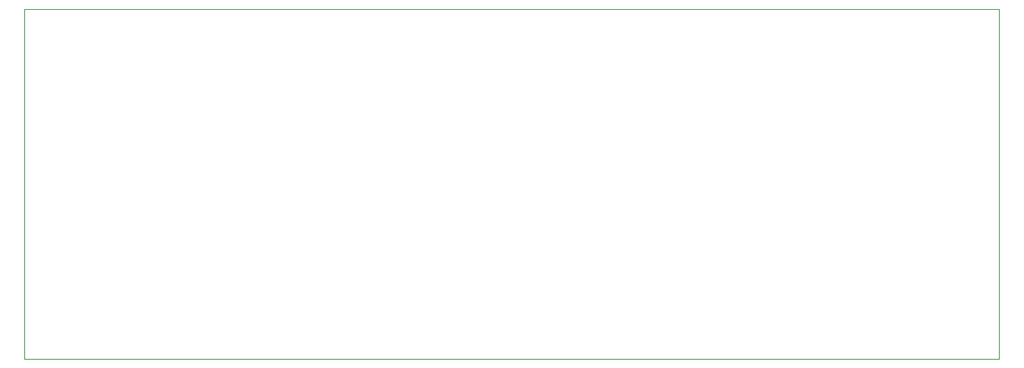
<source format=gbr>
%TF.GenerationSoftware,KiCad,Pcbnew,9.0.6*%
%TF.CreationDate,2026-01-09T06:42:04-06:00*%
%TF.ProjectId,weather_station1,77656174-6865-4725-9f73-746174696f6e,V1.10*%
%TF.SameCoordinates,Original*%
%TF.FileFunction,Profile,NP*%
%FSLAX46Y46*%
G04 Gerber Fmt 4.6, Leading zero omitted, Abs format (unit mm)*
G04 Created by KiCad (PCBNEW 9.0.6) date 2026-01-09 06:42:04*
%MOMM*%
%LPD*%
G01*
G04 APERTURE LIST*
%TA.AperFunction,Profile*%
%ADD10C,0.050000*%
%TD*%
G04 APERTURE END LIST*
D10*
X193040000Y-96012000D02*
X193040000Y-135128000D01*
X84328000Y-96012000D02*
X84328000Y-135080000D01*
X193040000Y-135128000D02*
X84328000Y-135080000D01*
X84328000Y-96012000D02*
X193040000Y-96012000D01*
M02*

</source>
